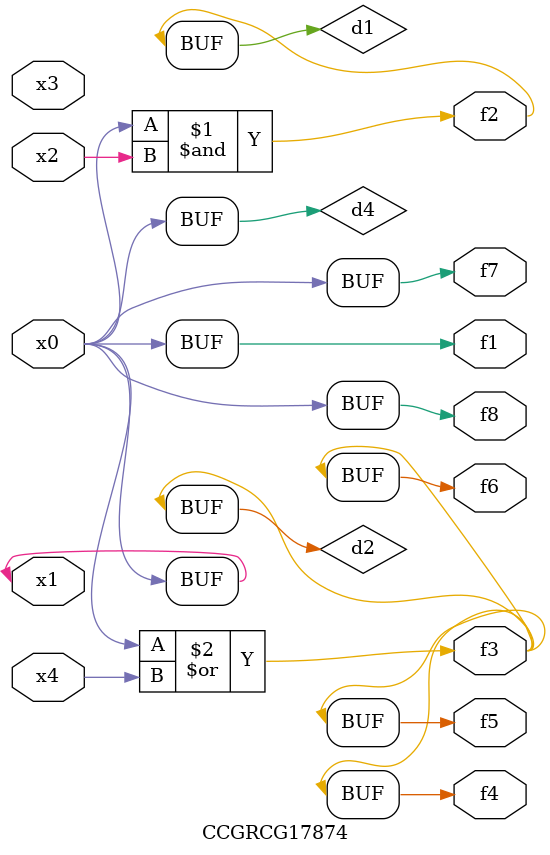
<source format=v>
module CCGRCG17874(
	input x0, x1, x2, x3, x4,
	output f1, f2, f3, f4, f5, f6, f7, f8
);

	wire d1, d2, d3, d4;

	and (d1, x0, x2);
	or (d2, x0, x4);
	nand (d3, x0, x2);
	buf (d4, x0, x1);
	assign f1 = d4;
	assign f2 = d1;
	assign f3 = d2;
	assign f4 = d2;
	assign f5 = d2;
	assign f6 = d2;
	assign f7 = d4;
	assign f8 = d4;
endmodule

</source>
